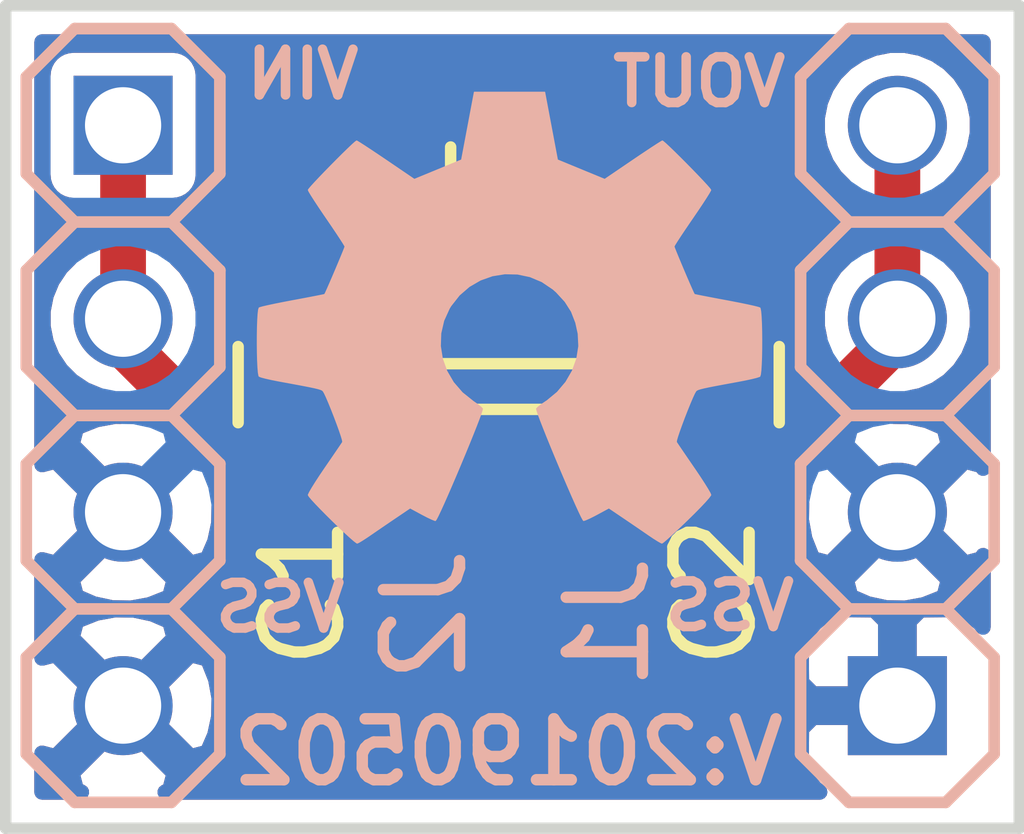
<source format=kicad_pcb>
(kicad_pcb (version 20171130) (host pcbnew 5.1.2-f72e74a~84~ubuntu18.04.1)

  (general
    (thickness 1.6)
    (drawings 5)
    (tracks 14)
    (zones 0)
    (modules 7)
    (nets 4)
  )

  (page A4)
  (layers
    (0 F.Cu signal)
    (31 B.Cu signal)
    (32 B.Adhes user)
    (33 F.Adhes user)
    (34 B.Paste user)
    (35 F.Paste user)
    (36 B.SilkS user)
    (37 F.SilkS user)
    (38 B.Mask user)
    (39 F.Mask user)
    (40 Dwgs.User user)
    (41 Cmts.User user)
    (42 Eco1.User user)
    (43 Eco2.User user)
    (44 Edge.Cuts user)
    (45 Margin user)
    (46 B.CrtYd user)
    (47 F.CrtYd user)
    (48 B.Fab user)
    (49 F.Fab user)
  )

  (setup
    (last_trace_width 0.6)
    (user_trace_width 0.1524)
    (user_trace_width 0.2)
    (user_trace_width 0.3)
    (user_trace_width 0.4)
    (user_trace_width 0.6)
    (user_trace_width 1)
    (user_trace_width 1.5)
    (user_trace_width 2)
    (trace_clearance 0.1524)
    (zone_clearance 0.3)
    (zone_45_only no)
    (trace_min 0.1524)
    (via_size 0.381)
    (via_drill 0.254)
    (via_min_size 0.381)
    (via_min_drill 0.254)
    (user_via 0.4 0.254)
    (user_via 0.6 0.4)
    (user_via 0.8 0.6)
    (user_via 1 0.8)
    (user_via 1.3 1)
    (user_via 1.5 1.2)
    (user_via 1.7 1.4)
    (user_via 1.9 1.6)
    (uvia_size 0.381)
    (uvia_drill 0.254)
    (uvias_allowed no)
    (uvia_min_size 0.381)
    (uvia_min_drill 0.254)
    (edge_width 0.15)
    (segment_width 0.2)
    (pcb_text_width 0.3)
    (pcb_text_size 1.5 1.5)
    (mod_edge_width 0.15)
    (mod_text_size 1 1)
    (mod_text_width 0.15)
    (pad_size 0.65 1.05)
    (pad_drill 0)
    (pad_to_mask_clearance 0.1)
    (solder_mask_min_width 0.1)
    (pad_to_paste_clearance_ratio -0.15)
    (aux_axis_origin 0 0)
    (visible_elements FFFFFF7F)
    (pcbplotparams
      (layerselection 0x010fc_ffffffff)
      (usegerberextensions true)
      (usegerberattributes false)
      (usegerberadvancedattributes false)
      (creategerberjobfile false)
      (excludeedgelayer true)
      (linewidth 0.100000)
      (plotframeref false)
      (viasonmask false)
      (mode 1)
      (useauxorigin false)
      (hpglpennumber 1)
      (hpglpenspeed 20)
      (hpglpendiameter 15.000000)
      (psnegative false)
      (psa4output false)
      (plotreference true)
      (plotvalue true)
      (plotinvisibletext false)
      (padsonsilk false)
      (subtractmaskfromsilk false)
      (outputformat 1)
      (mirror false)
      (drillshape 0)
      (scaleselection 1)
      (outputdirectory "OSH_Park_2_layer_plots"))
  )

  (net 0 "")
  (net 1 /VIN)
  (net 2 /VSS)
  (net 3 /VOUT)

  (net_class Default "This is the default net class."
    (clearance 0.1524)
    (trace_width 0.1524)
    (via_dia 0.381)
    (via_drill 0.254)
    (uvia_dia 0.381)
    (uvia_drill 0.254)
    (add_net /VIN)
    (add_net /VOUT)
    (add_net /VSS)
  )

  (module SquantorIC:SOT23-3-Microchip-TT (layer F.Cu) (tedit 5CCB5358) (tstamp 5CCBC406)
    (at 147.3 93.6)
    (path /5CCA74B5)
    (fp_text reference U1 (at 0 -2.6) (layer F.SilkS)
      (effects (font (size 1 1) (thickness 0.15)))
    )
    (fp_text value reference3pin (at 0 2.8) (layer F.Fab)
      (effects (font (size 1 1) (thickness 0.15)))
    )
    (fp_line (start -1.7 -2) (end -1.7 2) (layer F.CrtYd) (width 0.05))
    (fp_line (start 1.7 -2) (end -1.7 -2) (layer F.CrtYd) (width 0.05))
    (fp_line (start 1.7 2) (end 1.7 -2) (layer F.CrtYd) (width 0.05))
    (fp_line (start -1.7 2) (end 1.7 2) (layer F.CrtYd) (width 0.05))
    (fp_line (start -1.3 0.3) (end -1.3 -0.3) (layer F.SilkS) (width 0.15))
    (fp_line (start 1.3 0.3) (end -1.3 0.3) (layer F.SilkS) (width 0.15))
    (fp_line (start 1.3 -0.3) (end 1.3 0.3) (layer F.SilkS) (width 0.15))
    (fp_line (start -1.3 -0.3) (end 1.3 -0.3) (layer F.SilkS) (width 0.15))
    (pad 3 smd rect (at 0 -1.15) (size 0.65 1.05) (layers F.Cu F.Paste F.Mask)
      (net 2 /VSS) (zone_connect 2))
    (pad 2 smd rect (at 0.95 1.15) (size 0.65 1.05) (layers F.Cu F.Paste F.Mask)
      (net 3 /VOUT))
    (pad 1 smd rect (at -0.95 1.15) (size 0.65 1.05) (layers F.Cu F.Paste F.Mask)
      (net 1 /VIN))
  )

  (module SquantorConnectorsNamed:reference_input (layer B.Cu) (tedit 5CCB5024) (tstamp 5CCBC3EB)
    (at 142.24 93.98 270)
    (descr "PIN HEADER")
    (tags "PIN HEADER")
    (path /5CCB5C8E)
    (attr virtual)
    (fp_text reference J2 (at 2.62 -3.96 90) (layer B.SilkS)
      (effects (font (size 1 1) (thickness 0.15)) (justify mirror))
    )
    (fp_text value reference_input (at 0 -2.2 90) (layer B.Fab) hide
      (effects (font (size 1 1) (thickness 0.15)) (justify mirror))
    )
    (fp_text user VSS (at 2.52 -2.06 180) (layer B.SilkS)
      (effects (font (size 0.6 0.6) (thickness 0.125)) (justify mirror))
    )
    (fp_text user VIN (at -4.48 -2.36 180) (layer B.SilkS)
      (effects (font (size 0.6 0.6) (thickness 0.125)) (justify mirror))
    )
    (fp_line (start 4.445 -1.27) (end 3.175 -1.27) (layer B.SilkS) (width 0.1524))
    (fp_line (start 2.54 -0.635) (end 3.175 -1.27) (layer B.SilkS) (width 0.1524))
    (fp_line (start 3.175 1.27) (end 2.54 0.635) (layer B.SilkS) (width 0.1524))
    (fp_line (start 5.08 -0.635) (end 4.445 -1.27) (layer B.SilkS) (width 0.1524))
    (fp_line (start 5.08 0.635) (end 5.08 -0.635) (layer B.SilkS) (width 0.1524))
    (fp_line (start 4.445 1.27) (end 5.08 0.635) (layer B.SilkS) (width 0.1524))
    (fp_line (start 3.175 1.27) (end 4.445 1.27) (layer B.SilkS) (width 0.1524))
    (fp_line (start -3.175 -1.27) (end -4.445 -1.27) (layer B.SilkS) (width 0.1524))
    (fp_line (start -5.08 -0.635) (end -4.445 -1.27) (layer B.SilkS) (width 0.1524))
    (fp_line (start -4.445 1.27) (end -5.08 0.635) (layer B.SilkS) (width 0.1524))
    (fp_line (start -5.08 0.635) (end -5.08 -0.635) (layer B.SilkS) (width 0.1524))
    (fp_line (start -1.905 -1.27) (end -2.54 -0.635) (layer B.SilkS) (width 0.1524))
    (fp_line (start -0.635 -1.27) (end -1.905 -1.27) (layer B.SilkS) (width 0.1524))
    (fp_line (start 0 -0.635) (end -0.635 -1.27) (layer B.SilkS) (width 0.1524))
    (fp_line (start 0 0.635) (end 0 -0.635) (layer B.SilkS) (width 0.1524))
    (fp_line (start -0.635 1.27) (end 0 0.635) (layer B.SilkS) (width 0.1524))
    (fp_line (start -1.905 1.27) (end -0.635 1.27) (layer B.SilkS) (width 0.1524))
    (fp_line (start -2.54 0.635) (end -1.905 1.27) (layer B.SilkS) (width 0.1524))
    (fp_line (start -2.54 -0.635) (end -3.175 -1.27) (layer B.SilkS) (width 0.1524))
    (fp_line (start -2.54 0.635) (end -2.54 -0.635) (layer B.SilkS) (width 0.1524))
    (fp_line (start -3.175 1.27) (end -2.54 0.635) (layer B.SilkS) (width 0.1524))
    (fp_line (start -4.445 1.27) (end -3.175 1.27) (layer B.SilkS) (width 0.1524))
    (fp_line (start 0.635 -1.27) (end 0 -0.635) (layer B.SilkS) (width 0.1524))
    (fp_line (start 1.905 -1.27) (end 0.635 -1.27) (layer B.SilkS) (width 0.1524))
    (fp_line (start 2.54 -0.635) (end 1.905 -1.27) (layer B.SilkS) (width 0.1524))
    (fp_line (start 2.54 0.635) (end 2.54 -0.635) (layer B.SilkS) (width 0.1524))
    (fp_line (start 1.905 1.27) (end 2.54 0.635) (layer B.SilkS) (width 0.1524))
    (fp_line (start 0.635 1.27) (end 1.905 1.27) (layer B.SilkS) (width 0.1524))
    (fp_line (start 0 0.635) (end 0.635 1.27) (layer B.SilkS) (width 0.1524))
    (pad 4 thru_hole circle (at 3.81 0 90) (size 1.3 1.3) (drill 1) (layers *.Cu *.Mask)
      (net 2 /VSS))
    (pad 3 thru_hole circle (at 1.27 0 90) (size 1.3 1.3) (drill 1) (layers *.Cu *.Mask)
      (net 2 /VSS))
    (pad 2 thru_hole circle (at -1.27 0 90) (size 1.3 1.3) (drill 1) (layers *.Cu *.Mask)
      (net 1 /VIN))
    (pad 1 thru_hole rect (at -3.81 0 90) (size 1.3 1.3) (drill 1) (layers *.Cu *.Mask)
      (net 1 /VIN))
  )

  (module SquantorConnectorsNamed:reference_output (layer B.Cu) (tedit 5CCB4FA4) (tstamp 5CCBC3C4)
    (at 152.4 93.98 90)
    (descr "PIN HEADER")
    (tags "PIN HEADER")
    (path /5CCB6325)
    (attr virtual)
    (fp_text reference J1 (at -2.72 -3.8 90) (layer B.SilkS)
      (effects (font (size 1 1) (thickness 0.15)) (justify mirror))
    )
    (fp_text value reference_output (at 0 -2.2 90) (layer B.Fab) hide
      (effects (font (size 1 1) (thickness 0.15)) (justify mirror))
    )
    (fp_text user VOUT (at 4.38 -2.6 180) (layer B.SilkS)
      (effects (font (size 0.6 0.6) (thickness 0.125)) (justify mirror))
    )
    (fp_text user VSS (at -2.5 -2.2 180) (layer B.SilkS)
      (effects (font (size 0.6 0.6) (thickness 0.125)) (justify mirror))
    )
    (fp_line (start 4.445 -1.27) (end 3.175 -1.27) (layer B.SilkS) (width 0.1524))
    (fp_line (start 2.54 -0.635) (end 3.175 -1.27) (layer B.SilkS) (width 0.1524))
    (fp_line (start 3.175 1.27) (end 2.54 0.635) (layer B.SilkS) (width 0.1524))
    (fp_line (start 5.08 -0.635) (end 4.445 -1.27) (layer B.SilkS) (width 0.1524))
    (fp_line (start 5.08 0.635) (end 5.08 -0.635) (layer B.SilkS) (width 0.1524))
    (fp_line (start 4.445 1.27) (end 5.08 0.635) (layer B.SilkS) (width 0.1524))
    (fp_line (start 3.175 1.27) (end 4.445 1.27) (layer B.SilkS) (width 0.1524))
    (fp_line (start -3.175 -1.27) (end -4.445 -1.27) (layer B.SilkS) (width 0.1524))
    (fp_line (start -5.08 -0.635) (end -4.445 -1.27) (layer B.SilkS) (width 0.1524))
    (fp_line (start -4.445 1.27) (end -5.08 0.635) (layer B.SilkS) (width 0.1524))
    (fp_line (start -5.08 0.635) (end -5.08 -0.635) (layer B.SilkS) (width 0.1524))
    (fp_line (start -1.905 -1.27) (end -2.54 -0.635) (layer B.SilkS) (width 0.1524))
    (fp_line (start -0.635 -1.27) (end -1.905 -1.27) (layer B.SilkS) (width 0.1524))
    (fp_line (start 0 -0.635) (end -0.635 -1.27) (layer B.SilkS) (width 0.1524))
    (fp_line (start 0 0.635) (end 0 -0.635) (layer B.SilkS) (width 0.1524))
    (fp_line (start -0.635 1.27) (end 0 0.635) (layer B.SilkS) (width 0.1524))
    (fp_line (start -1.905 1.27) (end -0.635 1.27) (layer B.SilkS) (width 0.1524))
    (fp_line (start -2.54 0.635) (end -1.905 1.27) (layer B.SilkS) (width 0.1524))
    (fp_line (start -2.54 -0.635) (end -3.175 -1.27) (layer B.SilkS) (width 0.1524))
    (fp_line (start -2.54 0.635) (end -2.54 -0.635) (layer B.SilkS) (width 0.1524))
    (fp_line (start -3.175 1.27) (end -2.54 0.635) (layer B.SilkS) (width 0.1524))
    (fp_line (start -4.445 1.27) (end -3.175 1.27) (layer B.SilkS) (width 0.1524))
    (fp_line (start 0.635 -1.27) (end 0 -0.635) (layer B.SilkS) (width 0.1524))
    (fp_line (start 1.905 -1.27) (end 0.635 -1.27) (layer B.SilkS) (width 0.1524))
    (fp_line (start 2.54 -0.635) (end 1.905 -1.27) (layer B.SilkS) (width 0.1524))
    (fp_line (start 2.54 0.635) (end 2.54 -0.635) (layer B.SilkS) (width 0.1524))
    (fp_line (start 1.905 1.27) (end 2.54 0.635) (layer B.SilkS) (width 0.1524))
    (fp_line (start 0.635 1.27) (end 1.905 1.27) (layer B.SilkS) (width 0.1524))
    (fp_line (start 0 0.635) (end 0.635 1.27) (layer B.SilkS) (width 0.1524))
    (pad 4 thru_hole circle (at 3.81 0 270) (size 1.3 1.3) (drill 1) (layers *.Cu *.Mask)
      (net 3 /VOUT))
    (pad 3 thru_hole circle (at 1.27 0 270) (size 1.3 1.3) (drill 1) (layers *.Cu *.Mask)
      (net 3 /VOUT))
    (pad 2 thru_hole circle (at -1.27 0 270) (size 1.3 1.3) (drill 1) (layers *.Cu *.Mask)
      (net 2 /VSS))
    (pad 1 thru_hole rect (at -3.81 0 270) (size 1.3 1.3) (drill 1) (layers *.Cu *.Mask)
      (net 2 /VSS))
  )

  (module SquantorRcl:C_0805+0603 (layer F.Cu) (tedit 5CCB4DCF) (tstamp 5CCBC39D)
    (at 150 93.575 90)
    (descr "Capacitor SMD 0805 and 0603 pad sizes, reflow soldering, based on AVX dimensions")
    (tags "capacitor 0805 0603 mixed")
    (path /5CCA425F)
    (attr smd)
    (fp_text reference C2 (at -2.725 0 90) (layer F.SilkS)
      (effects (font (size 1 1) (thickness 0.15)))
    )
    (fp_text value TBD (at 0 2.1 90) (layer F.Fab)
      (effects (font (size 1 1) (thickness 0.15)))
    )
    (fp_line (start -1 0.625) (end -1 -0.625) (layer F.Fab) (width 0.15))
    (fp_line (start 1 0.625) (end -1 0.625) (layer F.Fab) (width 0.15))
    (fp_line (start 1 -0.625) (end 1 0.625) (layer F.Fab) (width 0.15))
    (fp_line (start -1 -0.625) (end 1 -0.625) (layer F.Fab) (width 0.15))
    (fp_line (start -1.8 -1) (end 1.8 -1) (layer F.CrtYd) (width 0.05))
    (fp_line (start -1.8 1) (end 1.8 1) (layer F.CrtYd) (width 0.05))
    (fp_line (start -1.8 -1) (end -1.8 1) (layer F.CrtYd) (width 0.05))
    (fp_line (start 1.8 -1) (end 1.8 1) (layer F.CrtYd) (width 0.05))
    (fp_line (start 0.5 -0.85) (end -0.5 -0.85) (layer F.SilkS) (width 0.15))
    (fp_line (start -0.5 0.85) (end 0.5 0.85) (layer F.SilkS) (width 0.15))
    (pad 1 smd rect (at -0.925 0 90) (size 1.15 1.25) (layers F.Cu F.Paste F.Mask)
      (net 3 /VOUT))
    (pad 2 smd rect (at 0.925 0 90) (size 1.15 1.25) (layers F.Cu F.Paste F.Mask)
      (net 2 /VSS))
    (model Capacitors_SMD.3dshapes/C_0805.wrl
      (at (xyz 0 0 0))
      (scale (xyz 1 1 1))
      (rotate (xyz 0 0 0))
    )
  )

  (module SquantorRcl:C_0805+0603 (layer F.Cu) (tedit 5CCB4DCF) (tstamp 5CCBCA48)
    (at 144.6 93.575 90)
    (descr "Capacitor SMD 0805 and 0603 pad sizes, reflow soldering, based on AVX dimensions")
    (tags "capacitor 0805 0603 mixed")
    (path /5CCA2C90)
    (attr smd)
    (fp_text reference C1 (at -2.725 0 90) (layer F.SilkS)
      (effects (font (size 1 1) (thickness 0.15)))
    )
    (fp_text value TBD (at 0 2.1 90) (layer F.Fab)
      (effects (font (size 1 1) (thickness 0.15)))
    )
    (fp_line (start -1 0.625) (end -1 -0.625) (layer F.Fab) (width 0.15))
    (fp_line (start 1 0.625) (end -1 0.625) (layer F.Fab) (width 0.15))
    (fp_line (start 1 -0.625) (end 1 0.625) (layer F.Fab) (width 0.15))
    (fp_line (start -1 -0.625) (end 1 -0.625) (layer F.Fab) (width 0.15))
    (fp_line (start -1.8 -1) (end 1.8 -1) (layer F.CrtYd) (width 0.05))
    (fp_line (start -1.8 1) (end 1.8 1) (layer F.CrtYd) (width 0.05))
    (fp_line (start -1.8 -1) (end -1.8 1) (layer F.CrtYd) (width 0.05))
    (fp_line (start 1.8 -1) (end 1.8 1) (layer F.CrtYd) (width 0.05))
    (fp_line (start 0.5 -0.85) (end -0.5 -0.85) (layer F.SilkS) (width 0.15))
    (fp_line (start -0.5 0.85) (end 0.5 0.85) (layer F.SilkS) (width 0.15))
    (pad 1 smd rect (at -0.925 0 90) (size 1.15 1.25) (layers F.Cu F.Paste F.Mask)
      (net 1 /VIN))
    (pad 2 smd rect (at 0.925 0 90) (size 1.15 1.25) (layers F.Cu F.Paste F.Mask)
      (net 2 /VSS))
    (model Capacitors_SMD.3dshapes/C_0805.wrl
      (at (xyz 0 0 0))
      (scale (xyz 1 1 1))
      (rotate (xyz 0 0 0))
    )
  )

  (module Symbols:OSHW-Symbol_6.7x6mm_SilkScreen (layer B.Cu) (tedit 0) (tstamp 5CCBC8B6)
    (at 147.32 92.71 180)
    (descr "Open Source Hardware Symbol")
    (tags "Logo Symbol OSHW")
    (path /5A135869)
    (attr virtual)
    (fp_text reference N1 (at 0 0) (layer B.SilkS) hide
      (effects (font (size 1 1) (thickness 0.15)) (justify mirror))
    )
    (fp_text value OHWLOGO (at 0.75 0) (layer B.Fab) hide
      (effects (font (size 1 1) (thickness 0.15)) (justify mirror))
    )
    (fp_poly (pts (xy 0.555814 2.531069) (xy 0.639635 2.086445) (xy 0.94892 1.958947) (xy 1.258206 1.831449)
      (xy 1.629246 2.083754) (xy 1.733157 2.154004) (xy 1.827087 2.216728) (xy 1.906652 2.269062)
      (xy 1.96747 2.308143) (xy 2.005157 2.331107) (xy 2.015421 2.336058) (xy 2.03391 2.323324)
      (xy 2.07342 2.288118) (xy 2.129522 2.234938) (xy 2.197787 2.168282) (xy 2.273786 2.092646)
      (xy 2.353092 2.012528) (xy 2.431275 1.932426) (xy 2.503907 1.856836) (xy 2.566559 1.790255)
      (xy 2.614803 1.737182) (xy 2.64421 1.702113) (xy 2.651241 1.690377) (xy 2.641123 1.66874)
      (xy 2.612759 1.621338) (xy 2.569129 1.552807) (xy 2.513218 1.467785) (xy 2.448006 1.370907)
      (xy 2.410219 1.31565) (xy 2.341343 1.214752) (xy 2.28014 1.123701) (xy 2.229578 1.04703)
      (xy 2.192628 0.989272) (xy 2.172258 0.954957) (xy 2.169197 0.947746) (xy 2.176136 0.927252)
      (xy 2.195051 0.879487) (xy 2.223087 0.811168) (xy 2.257391 0.729011) (xy 2.295109 0.63973)
      (xy 2.333387 0.550042) (xy 2.36937 0.466662) (xy 2.400206 0.396306) (xy 2.423039 0.34569)
      (xy 2.435017 0.321529) (xy 2.435724 0.320578) (xy 2.454531 0.315964) (xy 2.504618 0.305672)
      (xy 2.580793 0.290713) (xy 2.677865 0.272099) (xy 2.790643 0.250841) (xy 2.856442 0.238582)
      (xy 2.97695 0.215638) (xy 3.085797 0.193805) (xy 3.177476 0.174278) (xy 3.246481 0.158252)
      (xy 3.287304 0.146921) (xy 3.295511 0.143326) (xy 3.303548 0.118994) (xy 3.310033 0.064041)
      (xy 3.31497 -0.015108) (xy 3.318364 -0.112026) (xy 3.320218 -0.220287) (xy 3.320538 -0.333465)
      (xy 3.319327 -0.445135) (xy 3.31659 -0.548868) (xy 3.312331 -0.638241) (xy 3.306555 -0.706826)
      (xy 3.299267 -0.748197) (xy 3.294895 -0.75681) (xy 3.268764 -0.767133) (xy 3.213393 -0.781892)
      (xy 3.136107 -0.799352) (xy 3.04423 -0.81778) (xy 3.012158 -0.823741) (xy 2.857524 -0.852066)
      (xy 2.735375 -0.874876) (xy 2.641673 -0.89308) (xy 2.572384 -0.907583) (xy 2.523471 -0.919292)
      (xy 2.490897 -0.929115) (xy 2.470628 -0.937956) (xy 2.458626 -0.946724) (xy 2.456947 -0.948457)
      (xy 2.440184 -0.976371) (xy 2.414614 -1.030695) (xy 2.382788 -1.104777) (xy 2.34726 -1.191965)
      (xy 2.310583 -1.285608) (xy 2.275311 -1.379052) (xy 2.243996 -1.465647) (xy 2.219193 -1.53874)
      (xy 2.203454 -1.591678) (xy 2.199332 -1.617811) (xy 2.199676 -1.618726) (xy 2.213641 -1.640086)
      (xy 2.245322 -1.687084) (xy 2.291391 -1.754827) (xy 2.348518 -1.838423) (xy 2.413373 -1.932982)
      (xy 2.431843 -1.959854) (xy 2.497699 -2.057275) (xy 2.55565 -2.146163) (xy 2.602538 -2.221412)
      (xy 2.635207 -2.27792) (xy 2.6505 -2.310581) (xy 2.651241 -2.314593) (xy 2.638392 -2.335684)
      (xy 2.602888 -2.377464) (xy 2.549293 -2.435445) (xy 2.482171 -2.505135) (xy 2.406087 -2.582045)
      (xy 2.325604 -2.661683) (xy 2.245287 -2.739561) (xy 2.169699 -2.811186) (xy 2.103405 -2.87207)
      (xy 2.050969 -2.917721) (xy 2.016955 -2.94365) (xy 2.007545 -2.947883) (xy 1.985643 -2.937912)
      (xy 1.9408 -2.91102) (xy 1.880321 -2.871736) (xy 1.833789 -2.840117) (xy 1.749475 -2.782098)
      (xy 1.649626 -2.713784) (xy 1.549473 -2.645579) (xy 1.495627 -2.609075) (xy 1.313371 -2.4858)
      (xy 1.160381 -2.56852) (xy 1.090682 -2.604759) (xy 1.031414 -2.632926) (xy 0.991311 -2.648991)
      (xy 0.981103 -2.651226) (xy 0.968829 -2.634722) (xy 0.944613 -2.588082) (xy 0.910263 -2.515609)
      (xy 0.867588 -2.421606) (xy 0.818394 -2.310374) (xy 0.76449 -2.186215) (xy 0.707684 -2.053432)
      (xy 0.649782 -1.916327) (xy 0.592593 -1.779202) (xy 0.537924 -1.646358) (xy 0.487584 -1.522098)
      (xy 0.44338 -1.410725) (xy 0.407119 -1.316539) (xy 0.380609 -1.243844) (xy 0.365658 -1.196941)
      (xy 0.363254 -1.180833) (xy 0.382311 -1.160286) (xy 0.424036 -1.126933) (xy 0.479706 -1.087702)
      (xy 0.484378 -1.084599) (xy 0.628264 -0.969423) (xy 0.744283 -0.835053) (xy 0.83143 -0.685784)
      (xy 0.888699 -0.525913) (xy 0.915086 -0.359737) (xy 0.909585 -0.191552) (xy 0.87119 -0.025655)
      (xy 0.798895 0.133658) (xy 0.777626 0.168513) (xy 0.666996 0.309263) (xy 0.536302 0.422286)
      (xy 0.390064 0.506997) (xy 0.232808 0.562806) (xy 0.069057 0.589126) (xy -0.096667 0.58537)
      (xy -0.259838 0.55095) (xy -0.415935 0.485277) (xy -0.560433 0.387765) (xy -0.605131 0.348187)
      (xy -0.718888 0.224297) (xy -0.801782 0.093876) (xy -0.858644 -0.052315) (xy -0.890313 -0.197088)
      (xy -0.898131 -0.35986) (xy -0.872062 -0.52344) (xy -0.814755 -0.682298) (xy -0.728856 -0.830906)
      (xy -0.617014 -0.963735) (xy -0.481877 -1.075256) (xy -0.464117 -1.087011) (xy -0.40785 -1.125508)
      (xy -0.365077 -1.158863) (xy -0.344628 -1.18016) (xy -0.344331 -1.180833) (xy -0.348721 -1.203871)
      (xy -0.366124 -1.256157) (xy -0.394732 -1.33339) (xy -0.432735 -1.431268) (xy -0.478326 -1.545491)
      (xy -0.529697 -1.671758) (xy -0.585038 -1.805767) (xy -0.642542 -1.943218) (xy -0.700399 -2.079808)
      (xy -0.756802 -2.211237) (xy -0.809942 -2.333205) (xy -0.85801 -2.441409) (xy -0.899199 -2.531549)
      (xy -0.931699 -2.599323) (xy -0.953703 -2.64043) (xy -0.962564 -2.651226) (xy -0.98964 -2.642819)
      (xy -1.040303 -2.620272) (xy -1.105817 -2.587613) (xy -1.141841 -2.56852) (xy -1.294832 -2.4858)
      (xy -1.477088 -2.609075) (xy -1.570125 -2.672228) (xy -1.671985 -2.741727) (xy -1.767438 -2.807165)
      (xy -1.81525 -2.840117) (xy -1.882495 -2.885273) (xy -1.939436 -2.921057) (xy -1.978646 -2.942938)
      (xy -1.991381 -2.947563) (xy -2.009917 -2.935085) (xy -2.050941 -2.900252) (xy -2.110475 -2.846678)
      (xy -2.184542 -2.777983) (xy -2.269165 -2.697781) (xy -2.322685 -2.646286) (xy -2.416319 -2.554286)
      (xy -2.497241 -2.471999) (xy -2.562177 -2.402945) (xy -2.607858 -2.350644) (xy -2.631011 -2.318616)
      (xy -2.633232 -2.312116) (xy -2.622924 -2.287394) (xy -2.594439 -2.237405) (xy -2.550937 -2.167212)
      (xy -2.495577 -2.081875) (xy -2.43152 -1.986456) (xy -2.413303 -1.959854) (xy -2.346927 -1.863167)
      (xy -2.287378 -1.776117) (xy -2.237984 -1.703595) (xy -2.202075 -1.650493) (xy -2.182981 -1.621703)
      (xy -2.181136 -1.618726) (xy -2.183895 -1.595782) (xy -2.198538 -1.545336) (xy -2.222513 -1.474041)
      (xy -2.253266 -1.388547) (xy -2.288244 -1.295507) (xy -2.324893 -1.201574) (xy -2.360661 -1.113399)
      (xy -2.392994 -1.037634) (xy -2.419338 -0.980931) (xy -2.437142 -0.949943) (xy -2.438407 -0.948457)
      (xy -2.449294 -0.939601) (xy -2.467682 -0.930843) (xy -2.497606 -0.921277) (xy -2.543103 -0.909996)
      (xy -2.608209 -0.896093) (xy -2.696961 -0.878663) (xy -2.813393 -0.856798) (xy -2.961542 -0.829591)
      (xy -2.993618 -0.823741) (xy -3.088686 -0.805374) (xy -3.171565 -0.787405) (xy -3.23493 -0.771569)
      (xy -3.271458 -0.7596) (xy -3.276356 -0.75681) (xy -3.284427 -0.732072) (xy -3.290987 -0.67679)
      (xy -3.296033 -0.597389) (xy -3.299559 -0.500296) (xy -3.301561 -0.391938) (xy -3.302036 -0.27874)
      (xy -3.300977 -0.167128) (xy -3.298382 -0.063529) (xy -3.294246 0.025632) (xy -3.288563 0.093928)
      (xy -3.281331 0.134934) (xy -3.276971 0.143326) (xy -3.252698 0.151792) (xy -3.197426 0.165565)
      (xy -3.116662 0.18345) (xy -3.015912 0.204252) (xy -2.900683 0.226777) (xy -2.837902 0.238582)
      (xy -2.718787 0.260849) (xy -2.612565 0.281021) (xy -2.524427 0.298085) (xy -2.459566 0.311031)
      (xy -2.423174 0.318845) (xy -2.417184 0.320578) (xy -2.407061 0.34011) (xy -2.385662 0.387157)
      (xy -2.355839 0.454997) (xy -2.320445 0.536909) (xy -2.282332 0.626172) (xy -2.244353 0.716065)
      (xy -2.20936 0.799865) (xy -2.180206 0.870853) (xy -2.159743 0.922306) (xy -2.150823 0.947503)
      (xy -2.150657 0.948604) (xy -2.160769 0.968481) (xy -2.189117 1.014223) (xy -2.232723 1.081283)
      (xy -2.288606 1.165116) (xy -2.353787 1.261174) (xy -2.391679 1.31635) (xy -2.460725 1.417519)
      (xy -2.52205 1.50937) (xy -2.572663 1.587256) (xy -2.609571 1.646531) (xy -2.629782 1.682549)
      (xy -2.632701 1.690623) (xy -2.620153 1.709416) (xy -2.585463 1.749543) (xy -2.533063 1.806507)
      (xy -2.467384 1.875815) (xy -2.392856 1.952969) (xy -2.313913 2.033475) (xy -2.234983 2.112837)
      (xy -2.1605 2.18656) (xy -2.094894 2.250148) (xy -2.042596 2.299106) (xy -2.008039 2.328939)
      (xy -1.996478 2.336058) (xy -1.977654 2.326047) (xy -1.932631 2.297922) (xy -1.865787 2.254546)
      (xy -1.781499 2.198782) (xy -1.684144 2.133494) (xy -1.610707 2.083754) (xy -1.239667 1.831449)
      (xy -0.621095 2.086445) (xy -0.537275 2.531069) (xy -0.453454 2.975693) (xy 0.471994 2.975693)
      (xy 0.555814 2.531069)) (layer B.SilkS) (width 0.01))
  )

  (module SquantorLabels:Label_version (layer F.Cu) (tedit 5B5A1E49) (tstamp 5B96DD88)
    (at 147.15 98.5)
    (path /5A1357A5)
    (fp_text reference N2 (at 0 1.4) (layer F.Fab) hide
      (effects (font (size 1 1) (thickness 0.15)))
    )
    (fp_text value 20190502 (at -0.4 -0.1) (layer B.SilkS)
      (effects (font (size 0.8 0.8) (thickness 0.15)) (justify mirror))
    )
    (fp_text user V: (at 3.2 -0.1) (layer B.SilkS)
      (effects (font (size 0.8 0.8) (thickness 0.15)) (justify mirror))
    )
  )

  (gr_line (start 140.7 99.4) (end 140.7 88.6) (layer Edge.Cuts) (width 0.15) (tstamp 5CCBC807))
  (gr_line (start 154 99.4) (end 140.7 99.4) (layer Edge.Cuts) (width 0.15))
  (gr_line (start 154 88.6) (end 154 99.4) (layer Edge.Cuts) (width 0.15))
  (gr_line (start 153.9 88.6) (end 154 88.6) (layer Edge.Cuts) (width 0.15))
  (gr_line (start 140.7 88.6) (end 153.9 88.6) (layer Edge.Cuts) (width 0.15))

  (segment (start 142.24 90.17) (end 142.24 92.54) (width 0.6) (layer F.Cu) (net 1))
  (segment (start 142.24 92.71) (end 142.24 93.04) (width 0.6) (layer F.Cu) (net 1))
  (segment (start 142.24 93.04) (end 143.7 94.5) (width 0.6) (layer F.Cu) (net 1))
  (segment (start 143.7 94.5) (end 144.6 94.5) (width 0.6) (layer F.Cu) (net 1))
  (segment (start 144.6 94.5) (end 145.45 94.5) (width 0.6) (layer F.Cu) (net 1))
  (segment (start 145.45 94.5) (end 145.7 94.75) (width 0.6) (layer F.Cu) (net 1))
  (segment (start 145.7 94.75) (end 146.35 94.75) (width 0.6) (layer F.Cu) (net 1))
  (segment (start 148.25 94.75) (end 148.9 94.75) (width 0.6) (layer F.Cu) (net 3))
  (segment (start 148.9 94.75) (end 149.15 94.5) (width 0.6) (layer F.Cu) (net 3))
  (segment (start 149.15 94.5) (end 150.05 94.5) (width 0.6) (layer F.Cu) (net 3))
  (segment (start 152.4 92.71) (end 152.4 92.95) (width 0.6) (layer F.Cu) (net 3))
  (segment (start 152.4 92.95) (end 150.85 94.5) (width 0.6) (layer F.Cu) (net 3))
  (segment (start 150.85 94.5) (end 150.05 94.5) (width 0.6) (layer F.Cu) (net 3))
  (segment (start 152.4 92.71) (end 152.4 90.15) (width 0.6) (layer F.Cu) (net 3))

  (zone (net 2) (net_name /VSS) (layer B.Cu) (tstamp 0) (hatch edge 0.508)
    (connect_pads (clearance 0.3))
    (min_thickness 0.2)
    (fill yes (arc_segments 32) (thermal_gap 0.508) (thermal_bridge_width 0.508))
    (polygon
      (pts
        (xy 140.7 88.6) (xy 154 88.6) (xy 154 99.4) (xy 140.7 99.4)
      )
    )
    (filled_polygon
      (pts
        (xy 153.525001 94.674234) (xy 153.52382 94.671256) (xy 153.505569 94.637112) (xy 153.287683 94.580106) (xy 152.617789 95.25)
        (xy 153.287683 95.919894) (xy 153.505569 95.862888) (xy 153.525001 95.817936) (xy 153.525001 96.760394) (xy 153.482001 96.707999)
        (xy 153.389421 96.63202) (xy 153.283797 96.575563) (xy 153.169189 96.540797) (xy 153.05 96.529058) (xy 152.706 96.532)
        (xy 152.554 96.684) (xy 152.554 97.636) (xy 152.574 97.636) (xy 152.574 97.944) (xy 152.554 97.944)
        (xy 152.554 97.964) (xy 152.246 97.964) (xy 152.246 97.944) (xy 151.294 97.944) (xy 151.142 98.096)
        (xy 151.139058 98.44) (xy 151.150797 98.559189) (xy 151.185563 98.673797) (xy 151.24202 98.779421) (xy 151.317999 98.872001)
        (xy 151.382578 98.925) (xy 142.790539 98.925) (xy 142.818744 98.91382) (xy 142.852888 98.895569) (xy 142.909894 98.677683)
        (xy 142.24 98.007789) (xy 141.570106 98.677683) (xy 141.627112 98.895569) (xy 141.695196 98.925) (xy 141.175 98.925)
        (xy 141.175 98.413502) (xy 141.352317 98.459894) (xy 142.022211 97.79) (xy 142.457789 97.79) (xy 143.127683 98.459894)
        (xy 143.345569 98.402888) (xy 143.443895 98.175426) (xy 143.495955 97.933152) (xy 143.49975 97.685376) (xy 143.455134 97.441622)
        (xy 143.36382 97.211256) (xy 143.345569 97.177112) (xy 143.203722 97.14) (xy 151.139058 97.14) (xy 151.142 97.484)
        (xy 151.294 97.636) (xy 152.246 97.636) (xy 152.246 96.684) (xy 152.094 96.532) (xy 151.75 96.529058)
        (xy 151.630811 96.540797) (xy 151.516203 96.575563) (xy 151.410579 96.63202) (xy 151.317999 96.707999) (xy 151.24202 96.800579)
        (xy 151.185563 96.906203) (xy 151.150797 97.020811) (xy 151.139058 97.14) (xy 143.203722 97.14) (xy 143.127683 97.120106)
        (xy 142.457789 97.79) (xy 142.022211 97.79) (xy 141.352317 97.120106) (xy 141.175 97.166498) (xy 141.175 96.902317)
        (xy 141.570106 96.902317) (xy 142.24 97.572211) (xy 142.909894 96.902317) (xy 142.852888 96.684431) (xy 142.625426 96.586105)
        (xy 142.383152 96.534045) (xy 142.135376 96.53025) (xy 141.891622 96.574866) (xy 141.661256 96.66618) (xy 141.627112 96.684431)
        (xy 141.570106 96.902317) (xy 141.175 96.902317) (xy 141.175 96.137683) (xy 141.570106 96.137683) (xy 141.627112 96.355569)
        (xy 141.854574 96.453895) (xy 142.096848 96.505955) (xy 142.344624 96.50975) (xy 142.588378 96.465134) (xy 142.818744 96.37382)
        (xy 142.852888 96.355569) (xy 142.909894 96.137683) (xy 151.730106 96.137683) (xy 151.787112 96.355569) (xy 152.014574 96.453895)
        (xy 152.256848 96.505955) (xy 152.504624 96.50975) (xy 152.748378 96.465134) (xy 152.978744 96.37382) (xy 153.012888 96.355569)
        (xy 153.069894 96.137683) (xy 152.4 95.467789) (xy 151.730106 96.137683) (xy 142.909894 96.137683) (xy 142.24 95.467789)
        (xy 141.570106 96.137683) (xy 141.175 96.137683) (xy 141.175 95.873502) (xy 141.352317 95.919894) (xy 142.022211 95.25)
        (xy 142.457789 95.25) (xy 143.127683 95.919894) (xy 143.345569 95.862888) (xy 143.443895 95.635426) (xy 143.495955 95.393152)
        (xy 143.496545 95.354624) (xy 151.14025 95.354624) (xy 151.184866 95.598378) (xy 151.27618 95.828744) (xy 151.294431 95.862888)
        (xy 151.512317 95.919894) (xy 152.182211 95.25) (xy 151.512317 94.580106) (xy 151.294431 94.637112) (xy 151.196105 94.864574)
        (xy 151.144045 95.106848) (xy 151.14025 95.354624) (xy 143.496545 95.354624) (xy 143.49975 95.145376) (xy 143.455134 94.901622)
        (xy 143.36382 94.671256) (xy 143.345569 94.637112) (xy 143.127683 94.580106) (xy 142.457789 95.25) (xy 142.022211 95.25)
        (xy 141.352317 94.580106) (xy 141.175 94.626498) (xy 141.175 94.362317) (xy 141.570106 94.362317) (xy 142.24 95.032211)
        (xy 142.909894 94.362317) (xy 151.730106 94.362317) (xy 152.4 95.032211) (xy 153.069894 94.362317) (xy 153.012888 94.144431)
        (xy 152.785426 94.046105) (xy 152.543152 93.994045) (xy 152.295376 93.99025) (xy 152.051622 94.034866) (xy 151.821256 94.12618)
        (xy 151.787112 94.144431) (xy 151.730106 94.362317) (xy 142.909894 94.362317) (xy 142.852888 94.144431) (xy 142.625426 94.046105)
        (xy 142.383152 93.994045) (xy 142.135376 93.99025) (xy 141.891622 94.034866) (xy 141.661256 94.12618) (xy 141.627112 94.144431)
        (xy 141.570106 94.362317) (xy 141.175 94.362317) (xy 141.175 92.606584) (xy 141.19 92.606584) (xy 141.19 92.813416)
        (xy 141.23035 93.016274) (xy 141.309502 93.207362) (xy 141.424411 93.379336) (xy 141.570664 93.525589) (xy 141.742638 93.640498)
        (xy 141.933726 93.71965) (xy 142.136584 93.76) (xy 142.343416 93.76) (xy 142.546274 93.71965) (xy 142.737362 93.640498)
        (xy 142.909336 93.525589) (xy 143.055589 93.379336) (xy 143.170498 93.207362) (xy 143.24965 93.016274) (xy 143.29 92.813416)
        (xy 143.29 92.606584) (xy 151.35 92.606584) (xy 151.35 92.813416) (xy 151.39035 93.016274) (xy 151.469502 93.207362)
        (xy 151.584411 93.379336) (xy 151.730664 93.525589) (xy 151.902638 93.640498) (xy 152.093726 93.71965) (xy 152.296584 93.76)
        (xy 152.503416 93.76) (xy 152.706274 93.71965) (xy 152.897362 93.640498) (xy 153.069336 93.525589) (xy 153.215589 93.379336)
        (xy 153.330498 93.207362) (xy 153.40965 93.016274) (xy 153.45 92.813416) (xy 153.45 92.606584) (xy 153.40965 92.403726)
        (xy 153.330498 92.212638) (xy 153.215589 92.040664) (xy 153.069336 91.894411) (xy 152.897362 91.779502) (xy 152.706274 91.70035)
        (xy 152.503416 91.66) (xy 152.296584 91.66) (xy 152.093726 91.70035) (xy 151.902638 91.779502) (xy 151.730664 91.894411)
        (xy 151.584411 92.040664) (xy 151.469502 92.212638) (xy 151.39035 92.403726) (xy 151.35 92.606584) (xy 143.29 92.606584)
        (xy 143.24965 92.403726) (xy 143.170498 92.212638) (xy 143.055589 92.040664) (xy 142.909336 91.894411) (xy 142.737362 91.779502)
        (xy 142.546274 91.70035) (xy 142.343416 91.66) (xy 142.136584 91.66) (xy 141.933726 91.70035) (xy 141.742638 91.779502)
        (xy 141.570664 91.894411) (xy 141.424411 92.040664) (xy 141.309502 92.212638) (xy 141.23035 92.403726) (xy 141.19 92.606584)
        (xy 141.175 92.606584) (xy 141.175 89.52) (xy 141.188065 89.52) (xy 141.188065 90.82) (xy 141.195788 90.898414)
        (xy 141.21866 90.973814) (xy 141.255803 91.043303) (xy 141.305789 91.104211) (xy 141.366697 91.154197) (xy 141.436186 91.19134)
        (xy 141.511586 91.214212) (xy 141.59 91.221935) (xy 142.89 91.221935) (xy 142.968414 91.214212) (xy 143.043814 91.19134)
        (xy 143.113303 91.154197) (xy 143.174211 91.104211) (xy 143.224197 91.043303) (xy 143.26134 90.973814) (xy 143.284212 90.898414)
        (xy 143.291935 90.82) (xy 143.291935 90.066584) (xy 151.35 90.066584) (xy 151.35 90.273416) (xy 151.39035 90.476274)
        (xy 151.469502 90.667362) (xy 151.584411 90.839336) (xy 151.730664 90.985589) (xy 151.902638 91.100498) (xy 152.093726 91.17965)
        (xy 152.296584 91.22) (xy 152.503416 91.22) (xy 152.706274 91.17965) (xy 152.897362 91.100498) (xy 153.069336 90.985589)
        (xy 153.215589 90.839336) (xy 153.330498 90.667362) (xy 153.40965 90.476274) (xy 153.45 90.273416) (xy 153.45 90.066584)
        (xy 153.40965 89.863726) (xy 153.330498 89.672638) (xy 153.215589 89.500664) (xy 153.069336 89.354411) (xy 152.897362 89.239502)
        (xy 152.706274 89.16035) (xy 152.503416 89.12) (xy 152.296584 89.12) (xy 152.093726 89.16035) (xy 151.902638 89.239502)
        (xy 151.730664 89.354411) (xy 151.584411 89.500664) (xy 151.469502 89.672638) (xy 151.39035 89.863726) (xy 151.35 90.066584)
        (xy 143.291935 90.066584) (xy 143.291935 89.52) (xy 143.284212 89.441586) (xy 143.26134 89.366186) (xy 143.224197 89.296697)
        (xy 143.174211 89.235789) (xy 143.113303 89.185803) (xy 143.043814 89.14866) (xy 142.968414 89.125788) (xy 142.89 89.118065)
        (xy 141.59 89.118065) (xy 141.511586 89.125788) (xy 141.436186 89.14866) (xy 141.366697 89.185803) (xy 141.305789 89.235789)
        (xy 141.255803 89.296697) (xy 141.21866 89.366186) (xy 141.195788 89.441586) (xy 141.188065 89.52) (xy 141.175 89.52)
        (xy 141.175 89.075) (xy 153.525 89.075)
      )
    )
  )
  (zone (net 2) (net_name /VSS) (layer F.Cu) (tstamp 0) (hatch edge 0.508)
    (connect_pads (clearance 0.3))
    (min_thickness 0.2)
    (fill yes (arc_segments 32) (thermal_gap 0.508) (thermal_bridge_width 0.508))
    (polygon
      (pts
        (xy 140.7 88.6) (xy 154 88.6) (xy 154 99.4) (xy 140.7 99.4)
      )
    )
    (filled_polygon
      (pts
        (xy 153.525001 94.674234) (xy 153.52382 94.671256) (xy 153.505569 94.637112) (xy 153.287683 94.580106) (xy 152.617789 95.25)
        (xy 153.287683 95.919894) (xy 153.505569 95.862888) (xy 153.525001 95.817936) (xy 153.525001 96.760394) (xy 153.482001 96.707999)
        (xy 153.389421 96.63202) (xy 153.283797 96.575563) (xy 153.169189 96.540797) (xy 153.05 96.529058) (xy 152.706 96.532)
        (xy 152.554 96.684) (xy 152.554 97.636) (xy 152.574 97.636) (xy 152.574 97.944) (xy 152.554 97.944)
        (xy 152.554 97.964) (xy 152.246 97.964) (xy 152.246 97.944) (xy 151.294 97.944) (xy 151.142 98.096)
        (xy 151.139058 98.44) (xy 151.150797 98.559189) (xy 151.185563 98.673797) (xy 151.24202 98.779421) (xy 151.317999 98.872001)
        (xy 151.382578 98.925) (xy 142.790539 98.925) (xy 142.818744 98.91382) (xy 142.852888 98.895569) (xy 142.909894 98.677683)
        (xy 142.24 98.007789) (xy 141.570106 98.677683) (xy 141.627112 98.895569) (xy 141.695196 98.925) (xy 141.175 98.925)
        (xy 141.175 98.413502) (xy 141.352317 98.459894) (xy 142.022211 97.79) (xy 142.457789 97.79) (xy 143.127683 98.459894)
        (xy 143.345569 98.402888) (xy 143.443895 98.175426) (xy 143.495955 97.933152) (xy 143.49975 97.685376) (xy 143.455134 97.441622)
        (xy 143.36382 97.211256) (xy 143.345569 97.177112) (xy 143.203722 97.14) (xy 151.139058 97.14) (xy 151.142 97.484)
        (xy 151.294 97.636) (xy 152.246 97.636) (xy 152.246 96.684) (xy 152.094 96.532) (xy 151.75 96.529058)
        (xy 151.630811 96.540797) (xy 151.516203 96.575563) (xy 151.410579 96.63202) (xy 151.317999 96.707999) (xy 151.24202 96.800579)
        (xy 151.185563 96.906203) (xy 151.150797 97.020811) (xy 151.139058 97.14) (xy 143.203722 97.14) (xy 143.127683 97.120106)
        (xy 142.457789 97.79) (xy 142.022211 97.79) (xy 141.352317 97.120106) (xy 141.175 97.166498) (xy 141.175 96.902317)
        (xy 141.570106 96.902317) (xy 142.24 97.572211) (xy 142.909894 96.902317) (xy 142.852888 96.684431) (xy 142.625426 96.586105)
        (xy 142.383152 96.534045) (xy 142.135376 96.53025) (xy 141.891622 96.574866) (xy 141.661256 96.66618) (xy 141.627112 96.684431)
        (xy 141.570106 96.902317) (xy 141.175 96.902317) (xy 141.175 96.137683) (xy 141.570106 96.137683) (xy 141.627112 96.355569)
        (xy 141.854574 96.453895) (xy 142.096848 96.505955) (xy 142.344624 96.50975) (xy 142.588378 96.465134) (xy 142.818744 96.37382)
        (xy 142.852888 96.355569) (xy 142.909894 96.137683) (xy 151.730106 96.137683) (xy 151.787112 96.355569) (xy 152.014574 96.453895)
        (xy 152.256848 96.505955) (xy 152.504624 96.50975) (xy 152.748378 96.465134) (xy 152.978744 96.37382) (xy 153.012888 96.355569)
        (xy 153.069894 96.137683) (xy 152.4 95.467789) (xy 151.730106 96.137683) (xy 142.909894 96.137683) (xy 142.24 95.467789)
        (xy 141.570106 96.137683) (xy 141.175 96.137683) (xy 141.175 95.873502) (xy 141.352317 95.919894) (xy 142.022211 95.25)
        (xy 141.352317 94.580106) (xy 141.175 94.626498) (xy 141.175 89.52) (xy 141.188065 89.52) (xy 141.188065 90.82)
        (xy 141.195788 90.898414) (xy 141.21866 90.973814) (xy 141.255803 91.043303) (xy 141.305789 91.104211) (xy 141.366697 91.154197)
        (xy 141.436186 91.19134) (xy 141.511586 91.214212) (xy 141.54 91.217011) (xy 141.540001 91.925074) (xy 141.424411 92.040664)
        (xy 141.309502 92.212638) (xy 141.23035 92.403726) (xy 141.19 92.606584) (xy 141.19 92.813416) (xy 141.23035 93.016274)
        (xy 141.309502 93.207362) (xy 141.424411 93.379336) (xy 141.570664 93.525589) (xy 141.742638 93.640498) (xy 141.926855 93.716804)
        (xy 142.201311 93.99126) (xy 142.135376 93.99025) (xy 141.891622 94.034866) (xy 141.661256 94.12618) (xy 141.627112 94.144431)
        (xy 141.570106 94.362317) (xy 142.24 95.032211) (xy 142.254142 95.018069) (xy 142.471931 95.235858) (xy 142.457789 95.25)
        (xy 143.127683 95.919894) (xy 143.345569 95.862888) (xy 143.443895 95.635426) (xy 143.495955 95.393152) (xy 143.499363 95.170636)
        (xy 143.562776 95.189872) (xy 143.592743 95.192823) (xy 143.60366 95.228814) (xy 143.640803 95.298303) (xy 143.690789 95.359211)
        (xy 143.751697 95.409197) (xy 143.821186 95.44634) (xy 143.896586 95.469212) (xy 143.975 95.476935) (xy 145.225 95.476935)
        (xy 145.303414 95.469212) (xy 145.378814 95.44634) (xy 145.448303 95.409197) (xy 145.451906 95.40624) (xy 145.562776 95.439872)
        (xy 145.664949 95.449935) (xy 145.690803 95.498303) (xy 145.740789 95.559211) (xy 145.801697 95.609197) (xy 145.871186 95.64634)
        (xy 145.946586 95.669212) (xy 146.025 95.676935) (xy 146.675 95.676935) (xy 146.753414 95.669212) (xy 146.828814 95.64634)
        (xy 146.898303 95.609197) (xy 146.959211 95.559211) (xy 147.009197 95.498303) (xy 147.04634 95.428814) (xy 147.069212 95.353414)
        (xy 147.076935 95.275) (xy 147.076935 94.225) (xy 147.523065 94.225) (xy 147.523065 95.275) (xy 147.530788 95.353414)
        (xy 147.55366 95.428814) (xy 147.590803 95.498303) (xy 147.640789 95.559211) (xy 147.701697 95.609197) (xy 147.771186 95.64634)
        (xy 147.846586 95.669212) (xy 147.925 95.676935) (xy 148.575 95.676935) (xy 148.653414 95.669212) (xy 148.728814 95.64634)
        (xy 148.798303 95.609197) (xy 148.859211 95.559211) (xy 148.909197 95.498303) (xy 148.935051 95.449935) (xy 149.037224 95.439872)
        (xy 149.148094 95.40624) (xy 149.151697 95.409197) (xy 149.221186 95.44634) (xy 149.296586 95.469212) (xy 149.375 95.476935)
        (xy 150.625 95.476935) (xy 150.703414 95.469212) (xy 150.778814 95.44634) (xy 150.848303 95.409197) (xy 150.909211 95.359211)
        (xy 150.959197 95.298303) (xy 150.99634 95.228814) (xy 151.010274 95.18288) (xy 151.119175 95.149845) (xy 151.143586 95.136797)
        (xy 151.14025 95.354624) (xy 151.184866 95.598378) (xy 151.27618 95.828744) (xy 151.294431 95.862888) (xy 151.512317 95.919894)
        (xy 152.182211 95.25) (xy 152.168069 95.235858) (xy 152.385858 95.018069) (xy 152.4 95.032211) (xy 153.069894 94.362317)
        (xy 153.012888 94.144431) (xy 152.785426 94.046105) (xy 152.543152 93.994045) (xy 152.34888 93.991069) (xy 152.598953 93.740997)
        (xy 152.706274 93.71965) (xy 152.897362 93.640498) (xy 153.069336 93.525589) (xy 153.215589 93.379336) (xy 153.330498 93.207362)
        (xy 153.40965 93.016274) (xy 153.45 92.813416) (xy 153.45 92.606584) (xy 153.40965 92.403726) (xy 153.330498 92.212638)
        (xy 153.215589 92.040664) (xy 153.1 91.925075) (xy 153.1 90.954925) (xy 153.215589 90.839336) (xy 153.330498 90.667362)
        (xy 153.40965 90.476274) (xy 153.45 90.273416) (xy 153.45 90.066584) (xy 153.40965 89.863726) (xy 153.330498 89.672638)
        (xy 153.215589 89.500664) (xy 153.069336 89.354411) (xy 152.897362 89.239502) (xy 152.706274 89.16035) (xy 152.503416 89.12)
        (xy 152.296584 89.12) (xy 152.093726 89.16035) (xy 151.902638 89.239502) (xy 151.730664 89.354411) (xy 151.584411 89.500664)
        (xy 151.469502 89.672638) (xy 151.39035 89.863726) (xy 151.35 90.066584) (xy 151.35 90.273416) (xy 151.39035 90.476274)
        (xy 151.469502 90.667362) (xy 151.584411 90.839336) (xy 151.700001 90.954926) (xy 151.7 91.925075) (xy 151.584411 92.040664)
        (xy 151.469502 92.212638) (xy 151.39035 92.403726) (xy 151.35 92.606584) (xy 151.35 92.813416) (xy 151.382623 92.977427)
        (xy 151.234851 93.1252) (xy 151.233 92.956) (xy 151.081 92.804) (xy 150.154 92.804) (xy 150.154 92.824)
        (xy 149.846 92.824) (xy 149.846 92.804) (xy 148.919 92.804) (xy 148.767 92.956) (xy 148.764058 93.225)
        (xy 148.775797 93.344189) (xy 148.810563 93.458797) (xy 148.86702 93.564421) (xy 148.942999 93.657001) (xy 149.027587 93.726421)
        (xy 149.00366 93.771186) (xy 148.989726 93.81712) (xy 148.880825 93.850155) (xy 148.800857 93.892899) (xy 148.798303 93.890803)
        (xy 148.728814 93.85366) (xy 148.653414 93.830788) (xy 148.575 93.823065) (xy 147.925 93.823065) (xy 147.846586 93.830788)
        (xy 147.771186 93.85366) (xy 147.701697 93.890803) (xy 147.640789 93.940789) (xy 147.590803 94.001697) (xy 147.55366 94.071186)
        (xy 147.530788 94.146586) (xy 147.523065 94.225) (xy 147.076935 94.225) (xy 147.069212 94.146586) (xy 147.04634 94.071186)
        (xy 147.009197 94.001697) (xy 146.959211 93.940789) (xy 146.898303 93.890803) (xy 146.828814 93.85366) (xy 146.753414 93.830788)
        (xy 146.675 93.823065) (xy 146.025 93.823065) (xy 145.946586 93.830788) (xy 145.871186 93.85366) (xy 145.801697 93.890803)
        (xy 145.799143 93.892899) (xy 145.719175 93.850155) (xy 145.610274 93.81712) (xy 145.59634 93.771186) (xy 145.572413 93.726421)
        (xy 145.657001 93.657001) (xy 145.73298 93.564421) (xy 145.789437 93.458797) (xy 145.824203 93.344189) (xy 145.835942 93.225)
        (xy 145.833 92.956) (xy 145.681 92.804) (xy 144.754 92.804) (xy 144.754 92.824) (xy 144.446 92.824)
        (xy 144.446 92.804) (xy 143.519 92.804) (xy 143.367 92.956) (xy 143.364609 93.174659) (xy 143.236931 93.046981)
        (xy 143.24965 93.016274) (xy 143.29 92.813416) (xy 143.29 92.606584) (xy 143.24965 92.403726) (xy 143.170498 92.212638)
        (xy 143.078532 92.075) (xy 143.364058 92.075) (xy 143.367 92.344) (xy 143.519 92.496) (xy 144.446 92.496)
        (xy 144.446 91.619) (xy 144.754 91.619) (xy 144.754 92.496) (xy 145.681 92.496) (xy 145.833 92.344)
        (xy 145.835942 92.075) (xy 148.764058 92.075) (xy 148.767 92.344) (xy 148.919 92.496) (xy 149.846 92.496)
        (xy 149.846 91.619) (xy 150.154 91.619) (xy 150.154 92.496) (xy 151.081 92.496) (xy 151.233 92.344)
        (xy 151.235942 92.075) (xy 151.224203 91.955811) (xy 151.189437 91.841203) (xy 151.13298 91.735579) (xy 151.057001 91.642999)
        (xy 150.964421 91.56702) (xy 150.858797 91.510563) (xy 150.744189 91.475797) (xy 150.625 91.464058) (xy 150.306 91.467)
        (xy 150.154 91.619) (xy 149.846 91.619) (xy 149.694 91.467) (xy 149.375 91.464058) (xy 149.255811 91.475797)
        (xy 149.141203 91.510563) (xy 149.035579 91.56702) (xy 148.942999 91.642999) (xy 148.86702 91.735579) (xy 148.810563 91.841203)
        (xy 148.775797 91.955811) (xy 148.764058 92.075) (xy 145.835942 92.075) (xy 145.824203 91.955811) (xy 145.789437 91.841203)
        (xy 145.73298 91.735579) (xy 145.657001 91.642999) (xy 145.564421 91.56702) (xy 145.458797 91.510563) (xy 145.344189 91.475797)
        (xy 145.225 91.464058) (xy 144.906 91.467) (xy 144.754 91.619) (xy 144.446 91.619) (xy 144.294 91.467)
        (xy 143.975 91.464058) (xy 143.855811 91.475797) (xy 143.741203 91.510563) (xy 143.635579 91.56702) (xy 143.542999 91.642999)
        (xy 143.46702 91.735579) (xy 143.410563 91.841203) (xy 143.375797 91.955811) (xy 143.364058 92.075) (xy 143.078532 92.075)
        (xy 143.055589 92.040664) (xy 142.94 91.925075) (xy 142.94 91.21701) (xy 142.968414 91.214212) (xy 143.043814 91.19134)
        (xy 143.113303 91.154197) (xy 143.174211 91.104211) (xy 143.224197 91.043303) (xy 143.26134 90.973814) (xy 143.284212 90.898414)
        (xy 143.291935 90.82) (xy 143.291935 89.52) (xy 143.284212 89.441586) (xy 143.26134 89.366186) (xy 143.224197 89.296697)
        (xy 143.174211 89.235789) (xy 143.113303 89.185803) (xy 143.043814 89.14866) (xy 142.968414 89.125788) (xy 142.89 89.118065)
        (xy 141.59 89.118065) (xy 141.511586 89.125788) (xy 141.436186 89.14866) (xy 141.366697 89.185803) (xy 141.305789 89.235789)
        (xy 141.255803 89.296697) (xy 141.21866 89.366186) (xy 141.195788 89.441586) (xy 141.188065 89.52) (xy 141.175 89.52)
        (xy 141.175 89.075) (xy 153.525 89.075)
      )
    )
  )
)

</source>
